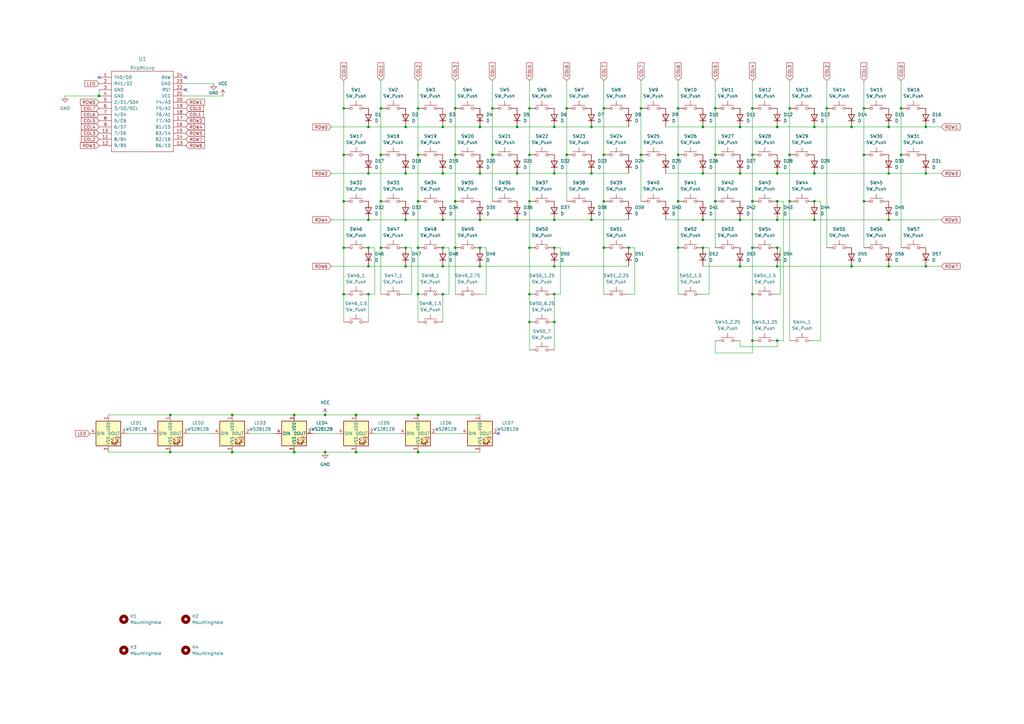
<source format=kicad_sch>
(kicad_sch (version 20211123) (generator eeschema)
  (paper "A3")
  (title_block (title "Pepebar") (date "2022-07-15") (rev "1") (company "Anton Chernenko") (comment 1 "40% keyboard with nav cluser and cyrillyc support inspired by FruitBar"))
  (junction (at 318.77 139.7))
  (junction (at 171.45 63.5))
  (junction (at 334.01 71.12))
  (junction (at 196.85 109.22))
  (junction (at 171.45 44.45))
  (junction (at 334.01 52.07))
  (junction (at 120.65 170.18))
  (junction (at 151.13 101.6))
  (junction (at 186.69 63.5))
  (junction (at 262.89 44.45))
  (junction (at 308.61 82.55))
  (junction (at 288.29 52.07))
  (junction (at 242.57 90.17))
  (junction (at 293.37 63.5))
  (junction (at 278.13 63.5))
  (junction (at 40.64 39.37))
  (junction (at 69.85 185.42))
  (junction (at 186.69 101.6))
  (junction (at 364.49 90.17))
  (junction (at 171.45 101.6))
  (junction (at 247.65 44.45))
  (junction (at 308.61 120.65))
  (junction (at 308.61 101.6))
  (junction (at 212.09 90.17))
  (junction (at 364.49 109.22))
  (junction (at 227.33 90.17))
  (junction (at 379.73 109.22))
  (junction (at 369.57 44.45))
  (junction (at 303.53 71.12))
  (junction (at 140.97 63.5))
  (junction (at 156.21 82.55))
  (junction (at 379.73 52.07))
  (junction (at 227.33 52.07))
  (junction (at 227.33 120.65))
  (junction (at 354.33 63.5))
  (junction (at 349.25 109.22))
  (junction (at 303.53 90.17))
  (junction (at 318.77 90.17))
  (junction (at 181.61 71.12))
  (junction (at 288.29 90.17))
  (junction (at 140.97 44.45))
  (junction (at 151.13 120.65))
  (junction (at 166.37 109.22))
  (junction (at 232.41 44.45))
  (junction (at 318.77 101.6))
  (junction (at 318.77 52.07))
  (junction (at 217.17 63.5))
  (junction (at 151.13 52.07))
  (junction (at 181.61 120.65))
  (junction (at 201.93 44.45))
  (junction (at 318.77 71.12))
  (junction (at 166.37 52.07))
  (junction (at 186.69 82.55))
  (junction (at 146.05 170.18))
  (junction (at 364.49 71.12))
  (junction (at 217.17 132.08))
  (junction (at 181.61 101.6))
  (junction (at 217.17 120.65))
  (junction (at 262.89 63.5))
  (junction (at 133.35 185.42))
  (junction (at 217.17 82.55))
  (junction (at 140.97 82.55))
  (junction (at 369.57 63.5))
  (junction (at 242.57 71.12))
  (junction (at 69.85 170.18))
  (junction (at 323.85 63.5))
  (junction (at 166.37 71.12))
  (junction (at 171.45 120.65))
  (junction (at 308.61 139.7))
  (junction (at 156.21 63.5))
  (junction (at 95.25 170.18))
  (junction (at 232.41 63.5))
  (junction (at 196.85 52.07))
  (junction (at 201.93 63.5))
  (junction (at 186.69 44.45))
  (junction (at 171.45 185.42))
  (junction (at 156.21 101.6))
  (junction (at 217.17 44.45))
  (junction (at 278.13 44.45))
  (junction (at 308.61 44.45))
  (junction (at 181.61 109.22))
  (junction (at 196.85 71.12))
  (junction (at 354.33 82.55))
  (junction (at 227.33 109.22))
  (junction (at 146.05 185.42))
  (junction (at 278.13 101.6))
  (junction (at 212.09 52.07))
  (junction (at 278.13 82.55))
  (junction (at 323.85 82.55))
  (junction (at 95.25 185.42))
  (junction (at 349.25 52.07))
  (junction (at 293.37 44.45))
  (junction (at 227.33 132.08))
  (junction (at 212.09 71.12))
  (junction (at 247.65 101.6))
  (junction (at 227.33 101.6))
  (junction (at 303.53 52.07))
  (junction (at 242.57 52.07))
  (junction (at 288.29 71.12))
  (junction (at 354.33 44.45))
  (junction (at 120.65 185.42))
  (junction (at 217.17 101.6))
  (junction (at 339.09 44.45))
  (junction (at 379.73 71.12))
  (junction (at 247.65 63.5))
  (junction (at 334.01 82.55))
  (junction (at 293.37 82.55))
  (junction (at 227.33 71.12))
  (junction (at 308.61 63.5))
  (junction (at 166.37 101.6))
  (junction (at 196.85 90.17))
  (junction (at 181.61 52.07))
  (junction (at 323.85 44.45))
  (junction (at 364.49 52.07))
  (junction (at 303.53 109.22))
  (junction (at 166.37 90.17))
  (junction (at 133.35 170.18))
  (junction (at 288.29 101.6))
  (junction (at 151.13 71.12))
  (junction (at 318.77 109.22))
  (junction (at 151.13 109.22))
  (junction (at 171.45 82.55))
  (junction (at 140.97 101.6))
  (junction (at 257.81 101.6))
  (junction (at 156.21 44.45))
  (junction (at 196.85 101.6))
  (junction (at 151.13 90.17))
  (junction (at 318.77 82.55))
  (junction (at 181.61 90.17))
  (junction (at 247.65 82.55))
  (junction (at 334.01 90.17))
  (junction (at 171.45 170.18))
  (junction (at 140.97 120.65))
  (no_connect (at 76.2 36.83))
  (no_connect (at 40.64 31.75))
  (no_connect (at 76.2 31.75))
  (no_connect (at 204.47 177.8))
  (wire (pts (xy 336.55 82.55) (xy 336.55 139.7)))
  (wire (pts (xy 318.77 82.55) (xy 321.31 82.55)))
  (wire (pts (xy 217.17 82.55) (xy 217.17 101.6)))
  (wire (pts (xy 293.37 139.7) (xy 293.37 144.78)))
  (wire (pts (xy 354.33 33.02) (xy 354.33 44.45)))
  (wire (pts (xy 181.61 90.17) (xy 196.85 90.17)))
  (wire (pts (xy 273.05 90.17) (xy 288.29 90.17)))
  (wire (pts (xy 308.61 44.45) (xy 308.61 63.5)))
  (wire (pts (xy 186.69 33.02) (xy 186.69 44.45)))
  (wire (pts (xy 247.65 101.6) (xy 247.65 120.65)))
  (wire (pts (xy 113.03 177.8) (xy 102.87 177.8)))
  (wire (pts (xy 308.61 33.02) (xy 308.61 44.45)))
  (wire (pts (xy 156.21 63.5) (xy 156.21 82.55)))
  (wire (pts (xy 196.85 109.22) (xy 227.33 109.22)))
  (wire (pts (xy 318.77 139.7) (xy 321.31 139.7)))
  (wire (pts (xy 186.69 101.6) (xy 186.69 120.65)))
  (wire (pts (xy 69.85 185.42) (xy 95.25 185.42)))
  (wire (pts (xy 369.57 63.5) (xy 369.57 101.6)))
  (wire (pts (xy 171.45 63.5) (xy 171.45 82.55)))
  (wire (pts (xy 242.57 90.17) (xy 257.81 90.17)))
  (wire (pts (xy 262.89 33.02) (xy 262.89 44.45)))
  (wire (pts (xy 217.17 101.6) (xy 217.17 120.65)))
  (wire (pts (xy 171.45 33.02) (xy 171.45 44.45)))
  (wire (pts (xy 242.57 71.12) (xy 257.81 71.12)))
  (wire (pts (xy 151.13 101.6) (xy 153.67 101.6)))
  (wire (pts (xy 247.65 44.45) (xy 247.65 63.5)))
  (wire (pts (xy 199.39 101.6) (xy 199.39 120.65)))
  (wire (pts (xy 186.69 82.55) (xy 186.69 101.6)))
  (wire (pts (xy 308.61 82.55) (xy 308.61 101.6)))
  (wire (pts (xy 293.37 44.45) (xy 293.37 63.5)))
  (wire (pts (xy 288.29 52.07) (xy 303.53 52.07)))
  (wire (pts (xy 217.17 63.5) (xy 217.17 82.55)))
  (wire (pts (xy 288.29 120.65) (xy 290.83 120.65)))
  (wire (pts (xy 379.73 52.07) (xy 386.08 52.07)))
  (wire (pts (xy 166.37 109.22) (xy 181.61 109.22)))
  (wire (pts (xy 140.97 63.5) (xy 140.97 82.55)))
  (wire (pts (xy 201.93 33.02) (xy 201.93 44.45)))
  (wire (pts (xy 151.13 52.07) (xy 166.37 52.07)))
  (wire (pts (xy 196.85 52.07) (xy 212.09 52.07)))
  (wire (pts (xy 308.61 120.65) (xy 308.61 139.7)))
  (wire (pts (xy 321.31 82.55) (xy 321.31 139.7)))
  (wire (pts (xy 133.35 185.42) (xy 146.05 185.42)))
  (wire (pts (xy 135.89 71.12) (xy 151.13 71.12)))
  (wire (pts (xy 217.17 44.45) (xy 217.17 63.5)))
  (wire (pts (xy 140.97 101.6) (xy 140.97 120.65)))
  (wire (pts (xy 76.2 39.37) (xy 91.44 39.37)))
  (wire (pts (xy 156.21 33.02) (xy 156.21 44.45)))
  (wire (pts (xy 288.29 109.22) (xy 303.53 109.22)))
  (wire (pts (xy 44.45 185.42) (xy 69.85 185.42)))
  (wire (pts (xy 151.13 109.22) (xy 166.37 109.22)))
  (wire (pts (xy 140.97 33.02) (xy 140.97 44.45)))
  (wire (pts (xy 288.29 90.17) (xy 303.53 90.17)))
  (wire (pts (xy 227.33 109.22) (xy 257.81 109.22)))
  (wire (pts (xy 171.45 170.18) (xy 196.85 170.18)))
  (wire (pts (xy 232.41 33.02) (xy 232.41 44.45)))
  (wire (pts (xy 181.61 52.07) (xy 196.85 52.07)))
  (wire (pts (xy 179.07 177.8) (xy 189.23 177.8)))
  (wire (pts (xy 196.85 90.17) (xy 212.09 90.17)))
  (wire (pts (xy 168.91 101.6) (xy 168.91 120.65)))
  (wire (pts (xy 323.85 33.02) (xy 323.85 44.45)))
  (wire (pts (xy 128.27 177.8) (xy 138.43 177.8)))
  (wire (pts (xy 323.85 82.55) (xy 323.85 139.7)))
  (wire (pts (xy 181.61 109.22) (xy 196.85 109.22)))
  (wire (pts (xy 184.15 120.65) (xy 181.61 120.65)))
  (wire (pts (xy 278.13 101.6) (xy 278.13 120.65)))
  (wire (pts (xy 320.04 101.6) (xy 320.04 120.65)))
  (wire (pts (xy 278.13 82.55) (xy 278.13 101.6)))
  (wire (pts (xy 44.45 170.18) (xy 69.85 170.18)))
  (wire (pts (xy 303.53 109.22) (xy 318.77 109.22)))
  (wire (pts (xy 153.67 120.65) (xy 151.13 120.65)))
  (wire (pts (xy 26.67 39.37) (xy 40.64 39.37)))
  (wire (pts (xy 334.01 139.7) (xy 336.55 139.7)))
  (wire (pts (xy 303.53 52.07) (xy 318.77 52.07)))
  (wire (pts (xy 247.65 63.5) (xy 247.65 82.55)))
  (wire (pts (xy 364.49 90.17) (xy 386.08 90.17)))
  (wire (pts (xy 227.33 101.6) (xy 229.87 101.6)))
  (wire (pts (xy 262.89 63.5) (xy 262.89 82.55)))
  (wire (pts (xy 201.93 63.5) (xy 201.93 82.55)))
  (wire (pts (xy 95.25 170.18) (xy 120.65 170.18)))
  (wire (pts (xy 212.09 71.12) (xy 227.33 71.12)))
  (wire (pts (xy 186.69 44.45) (xy 186.69 63.5)))
  (wire (pts (xy 379.73 109.22) (xy 386.08 109.22)))
  (wire (pts (xy 308.61 101.6) (xy 308.61 120.65)))
  (wire (pts (xy 181.61 120.65) (xy 181.61 132.08)))
  (wire (pts (xy 257.81 101.6) (xy 260.35 101.6)))
  (wire (pts (xy 227.33 71.12) (xy 242.57 71.12)))
  (wire (pts (xy 87.63 177.8) (xy 77.47 177.8)))
  (wire (pts (xy 354.33 82.55) (xy 354.33 101.6)))
  (wire (pts (xy 334.01 82.55) (xy 336.55 82.55)))
  (wire (pts (xy 379.73 71.12) (xy 386.08 71.12)))
  (wire (pts (xy 318.77 90.17) (xy 334.01 90.17)))
  (wire (pts (xy 212.09 90.17) (xy 227.33 90.17)))
  (wire (pts (xy 120.65 185.42) (xy 133.35 185.42)))
  (wire (pts (xy 171.45 101.6) (xy 171.45 120.65)))
  (wire (pts (xy 323.85 63.5) (xy 323.85 82.55)))
  (wire (pts (xy 318.77 139.7) (xy 318.77 142.24)))
  (wire (pts (xy 186.69 63.5) (xy 186.69 82.55)))
  (wire (pts (xy 288.29 101.6) (xy 290.83 101.6)))
  (wire (pts (xy 364.49 52.07) (xy 379.73 52.07)))
  (wire (pts (xy 166.37 71.12) (xy 181.61 71.12)))
  (wire (pts (xy 293.37 63.5) (xy 293.37 82.55)))
  (wire (pts (xy 151.13 90.17) (xy 166.37 90.17)))
  (wire (pts (xy 232.41 44.45) (xy 232.41 63.5)))
  (wire (pts (xy 354.33 44.45) (xy 354.33 63.5)))
  (wire (pts (xy 196.85 101.6) (xy 199.39 101.6)))
  (wire (pts (xy 166.37 101.6) (xy 168.91 101.6)))
  (wire (pts (xy 323.85 44.45) (xy 323.85 63.5)))
  (wire (pts (xy 273.05 52.07) (xy 288.29 52.07)))
  (wire (pts (xy 339.09 44.45) (xy 339.09 101.6)))
  (wire (pts (xy 151.13 71.12) (xy 166.37 71.12)))
  (wire (pts (xy 227.33 132.08) (xy 227.33 143.51)))
  (wire (pts (xy 135.89 90.17) (xy 151.13 90.17)))
  (wire (pts (xy 199.39 120.65) (xy 196.85 120.65)))
  (wire (pts (xy 181.61 71.12) (xy 196.85 71.12)))
  (wire (pts (xy 293.37 33.02) (xy 293.37 44.45)))
  (wire (pts (xy 318.77 101.6) (xy 320.04 101.6)))
  (wire (pts (xy 318.77 109.22) (xy 349.25 109.22)))
  (wire (pts (xy 171.45 120.65) (xy 171.45 132.08)))
  (wire (pts (xy 308.61 63.5) (xy 308.61 82.55)))
  (wire (pts (xy 293.37 82.55) (xy 293.37 101.6)))
  (wire (pts (xy 76.2 34.29) (xy 87.63 34.29)))
  (wire (pts (xy 242.57 52.07) (xy 257.81 52.07)))
  (wire (pts (xy 217.17 132.08) (xy 217.17 143.51)))
  (wire (pts (xy 135.89 109.22) (xy 151.13 109.22)))
  (wire (pts (xy 184.15 101.6) (xy 184.15 120.65)))
  (wire (pts (xy 369.57 44.45) (xy 369.57 63.5)))
  (wire (pts (xy 171.45 44.45) (xy 171.45 63.5)))
  (wire (pts (xy 303.53 142.24) (xy 303.53 139.7)))
  (wire (pts (xy 290.83 101.6) (xy 290.83 120.65)))
  (wire (pts (xy 135.89 52.07) (xy 151.13 52.07)))
  (wire (pts (xy 196.85 71.12) (xy 212.09 71.12)))
  (wire (pts (xy 201.93 44.45) (xy 201.93 63.5)))
  (wire (pts (xy 260.35 101.6) (xy 260.35 120.65)))
  (wire (pts (xy 260.35 120.65) (xy 257.81 120.65)))
  (wire (pts (xy 156.21 82.55) (xy 156.21 101.6)))
  (wire (pts (xy 69.85 170.18) (xy 95.25 170.18)))
  (wire (pts (xy 247.65 33.02) (xy 247.65 44.45)))
  (wire (pts (xy 156.21 101.6) (xy 156.21 120.65)))
  (wire (pts (xy 227.33 90.17) (xy 242.57 90.17)))
  (wire (pts (xy 369.57 33.02) (xy 369.57 44.45)))
  (wire (pts (xy 166.37 52.07) (xy 181.61 52.07)))
  (wire (pts (xy 262.89 44.45) (xy 262.89 63.5)))
  (wire (pts (xy 278.13 63.5) (xy 278.13 82.55)))
  (wire (pts (xy 153.67 177.8) (xy 163.83 177.8)))
  (wire (pts (xy 153.67 101.6) (xy 153.67 120.65)))
  (wire (pts (xy 140.97 44.45) (xy 140.97 63.5)))
  (wire (pts (xy 151.13 120.65) (xy 151.13 132.08)))
  (wire (pts (xy 140.97 120.65) (xy 140.97 132.08)))
  (wire (pts (xy 303.53 71.12) (xy 318.77 71.12)))
  (wire (pts (xy 156.21 44.45) (xy 156.21 63.5)))
  (wire (pts (xy 339.09 33.02) (xy 339.09 44.45)))
  (wire (pts (xy 278.13 33.02) (xy 278.13 44.45)))
  (wire (pts (xy 318.77 142.24) (xy 303.53 142.24)))
  (wire (pts (xy 229.87 101.6) (xy 229.87 120.65)))
  (wire (pts (xy 364.49 71.12) (xy 379.73 71.12)))
  (wire (pts (xy 318.77 120.65) (xy 320.04 120.65)))
  (wire (pts (xy 217.17 33.02) (xy 217.17 44.45)))
  (wire (pts (xy 181.61 101.6) (xy 184.15 101.6)))
  (wire (pts (xy 318.77 71.12) (xy 334.01 71.12)))
  (wire (pts (xy 217.17 120.65) (xy 217.17 132.08)))
  (wire (pts (xy 146.05 170.18) (xy 171.45 170.18)))
  (wire (pts (xy 227.33 120.65) (xy 227.33 132.08)))
  (wire (pts (xy 171.45 185.42) (xy 196.85 185.42)))
  (wire (pts (xy 303.53 90.17) (xy 318.77 90.17)))
  (wire (pts (xy 166.37 90.17) (xy 181.61 90.17)))
  (wire (pts (xy 334.01 71.12) (xy 364.49 71.12)))
  (wire (pts (xy 354.33 63.5) (xy 354.33 82.55)))
  (wire (pts (xy 171.45 82.55) (xy 171.45 101.6)))
  (wire (pts (xy 120.65 170.18) (xy 133.35 170.18)))
  (wire (pts (xy 334.01 52.07) (xy 349.25 52.07)))
  (wire (pts (xy 212.09 52.07) (xy 227.33 52.07)))
  (wire (pts (xy 227.33 52.07) (xy 242.57 52.07)))
  (wire (pts (xy 168.91 120.65) (xy 166.37 120.65)))
  (wire (pts (xy 288.29 71.12) (xy 303.53 71.12)))
  (wire (pts (xy 349.25 52.07) (xy 364.49 52.07)))
  (wire (pts (xy 308.61 144.78) (xy 308.61 139.7)))
  (wire (pts (xy 232.41 63.5) (xy 232.41 82.55)))
  (wire (pts (xy 40.64 36.83) (xy 40.64 39.37)))
  (wire (pts (xy 334.01 90.17) (xy 364.49 90.17)))
  (wire (pts (xy 95.25 185.42) (xy 120.65 185.42)))
  (wire (pts (xy 140.97 82.55) (xy 140.97 101.6)))
  (wire (pts (xy 364.49 109.22) (xy 379.73 109.22)))
  (wire (pts (xy 133.35 170.18) (xy 146.05 170.18)))
  (wire (pts (xy 247.65 82.55) (xy 247.65 101.6)))
  (wire (pts (xy 62.23 177.8) (xy 52.07 177.8)))
  (wire (pts (xy 146.05 185.42) (xy 171.45 185.42)))
  (wire (pts (xy 293.37 144.78) (xy 308.61 144.78)))
  (wire (pts (xy 273.05 71.12) (xy 288.29 71.12)))
  (wire (pts (xy 349.25 109.22) (xy 364.49 109.22)))
  (wire (pts (xy 278.13 44.45) (xy 278.13 63.5)))
  (wire (pts (xy 229.87 120.65) (xy 227.33 120.65)))
  (wire (pts (xy 318.77 52.07) (xy 334.01 52.07)))
  (global_label "COL4" (shape input) (at 40.64 52.07 180) (property "Intersheet References" "${INTERSHEET_REFS}" (effects hide)))
  (global_label "ROW5" (shape input) (at 386.08 90.17 0) (property "Intersheet References" "${INTERSHEET_REFS}" (effects hide)))
  (global_label "COL0" (shape input) (at 140.97 33.02 90) (property "Intersheet References" "${INTERSHEET_REFS}" (effects hide)))
  (global_label "COL5" (shape input) (at 40.64 49.53 180) (property "Intersheet References" "${INTERSHEET_REFS}" (effects hide)))
  (global_label "ROW6" (shape input) (at 135.89 109.22 180) (property "Intersheet References" "${INTERSHEET_REFS}" (effects hide)))
  (global_label "COL2" (shape input) (at 339.09 33.02 90) (property "Intersheet References" "${INTERSHEET_REFS}" (effects hide)))
  (global_label "COL2" (shape input) (at 171.45 33.02 90) (property "Intersheet References" "${INTERSHEET_REFS}" (effects hide)))
  (global_label "ROW2" (shape input) (at 76.2 49.53 0) (property "Intersheet References" "${INTERSHEET_REFS}" (effects hide)))
  (global_label "COL7" (shape input) (at 40.64 44.45 180) (property "Intersheet References" "${INTERSHEET_REFS}" (effects hide)))
  (global_label "COL7" (shape input) (at 247.65 33.02 90) (property "Intersheet References" "${INTERSHEET_REFS}" (effects hide)))
  (global_label "COL3" (shape input) (at 323.85 33.02 90) (property "Intersheet References" "${INTERSHEET_REFS}" (effects hide)))
  (global_label "COL6" (shape input) (at 40.64 46.99 180) (property "Intersheet References" "${INTERSHEET_REFS}" (effects hide)))
  (global_label "ROW0" (shape input) (at 40.64 41.91 180) (property "Intersheet References" "${INTERSHEET_REFS}" (effects hide)))
  (global_label "ROW1" (shape input) (at 76.2 41.91 0) (property "Intersheet References" "${INTERSHEET_REFS}" (effects hide)))
  (global_label "ROW6" (shape input) (at 76.2 59.69 0) (property "Intersheet References" "${INTERSHEET_REFS}" (effects hide)))
  (global_label "ROW4" (shape input) (at 135.89 90.17 180) (property "Intersheet References" "${INTERSHEET_REFS}" (effects hide)))
  (global_label "COL3" (shape input) (at 40.64 54.61 180) (property "Intersheet References" "${INTERSHEET_REFS}" (effects hide)))
  (global_label "COL5" (shape input) (at 293.37 33.02 90) (property "Intersheet References" "${INTERSHEET_REFS}" (effects hide)))
  (global_label "COL6" (shape input) (at 232.41 33.02 90) (property "Intersheet References" "${INTERSHEET_REFS}" (effects hide)))
  (global_label "ROW1" (shape input) (at 386.08 52.07 0) (property "Intersheet References" "${INTERSHEET_REFS}" (effects hide)))
  (global_label "ROW3" (shape input) (at 40.64 59.69 180) (property "Intersheet References" "${INTERSHEET_REFS}" (effects hide)))
  (global_label "COL3" (shape input) (at 186.69 33.02 90) (property "Intersheet References" "${INTERSHEET_REFS}" (effects hide)))
  (global_label "ROW7" (shape input) (at 386.08 109.22 0) (property "Intersheet References" "${INTERSHEET_REFS}" (effects hide)))
  (global_label "COL4" (shape input) (at 308.61 33.02 90) (property "Intersheet References" "${INTERSHEET_REFS}" (effects hide)))
  (global_label "COL1" (shape input) (at 156.21 33.02 90) (property "Intersheet References" "${INTERSHEET_REFS}" (effects hide)))
  (global_label "COL1" (shape input) (at 354.33 33.02 90) (property "Intersheet References" "${INTERSHEET_REFS}" (effects hide)))
  (global_label "COL6" (shape input) (at 278.13 33.02 90) (property "Intersheet References" "${INTERSHEET_REFS}" (effects hide)))
  (global_label "COL5" (shape input) (at 217.17 33.02 90) (property "Intersheet References" "${INTERSHEET_REFS}" (effects hide)))
  (global_label "COL0" (shape input) (at 369.57 33.02 90) (property "Intersheet References" "${INTERSHEET_REFS}" (effects hide)))
  (global_label "LED" (shape input) (at 36.83 177.8 180) (property "Intersheet References" "${INTERSHEET_REFS}" (effects hide)))
  (global_label "ROW0" (shape input) (at 135.89 52.07 180) (property "Intersheet References" "${INTERSHEET_REFS}" (effects hide)))
  (global_label "ROW3" (shape input) (at 386.08 71.12 0) (property "Intersheet References" "${INTERSHEET_REFS}" (effects hide)))
  (global_label "COL1" (shape input) (at 76.2 46.99 0) (property "Intersheet References" "${INTERSHEET_REFS}" (effects hide)))
  (global_label "ROW7" (shape input) (at 76.2 57.15 0) (property "Intersheet References" "${INTERSHEET_REFS}" (effects hide)))
  (global_label "ROW2" (shape input) (at 135.89 71.12 180) (property "Intersheet References" "${INTERSHEET_REFS}" (effects hide)))
  (global_label "COL2" (shape input) (at 40.64 57.15 180) (property "Intersheet References" "${INTERSHEET_REFS}" (effects hide)))
  (global_label "COL4" (shape input) (at 201.93 33.02 90) (property "Intersheet References" "${INTERSHEET_REFS}" (effects hide)))
  (global_label "COL7" (shape input) (at 262.89 33.02 90) (property "Intersheet References" "${INTERSHEET_REFS}" (effects hide)))
  (global_label "COL0" (shape input) (at 76.2 44.45 0) (property "Intersheet References" "${INTERSHEET_REFS}" (effects hide)))
  (global_label "LED" (shape input) (at 40.64 34.29 180) (property "Intersheet References" "${INTERSHEET_REFS}" (effects hide)))
  (global_label "ROW4" (shape input) (at 76.2 52.07 0) (property "Intersheet References" "${INTERSHEET_REFS}" (effects hide)))
  (global_label "ROW5" (shape input) (at 76.2 54.61 0) (property "Intersheet References" "${INTERSHEET_REFS}" (effects hide)))
  (symbol (lib_id "Switch:SW_Push") (at 222.25 44.45 0) (unit 1)
    (property "Reference" "SW6" (at 222.25 36.83 0))
    (property "Value" "SW_Push" (at 222.25 39.37 0))
    (property "Footprint" "hubble:MXOnly-1U-NoLED" (effects hide))
  )
  (symbol (lib_id "Device:D") (at 379.73 105.41 90) (unit 1)
    (property "Reference" "D57" (at 382.27 104.1399 90) (effects (justify right)))
    (property "Value" "D" (at 382.27 106.6799 90) (effects (justify right)))
    (property "Footprint" "hubble:D3_TH" (effects hide))
  )
  (symbol (lib_id "Device:D") (at 227.33 105.41 90) (unit 1)
    (property "Reference" "D50" (at 229.87 104.1399 90) (effects (justify right)))
    (property "Value" "D" (at 229.87 106.6799 90) (effects (justify right)))
    (property "Footprint" "hubble:D3_TH" (effects hide))
  )
  (symbol (lib_id "Switch:SW_Push") (at 359.41 82.55 0) (unit 1)
    (property "Reference" "SW45" (at 359.41 74.93 0))
    (property "Value" "SW_Push" (at 359.41 77.47 0))
    (property "Footprint" "hubble:MXOnly-1U-NoLED" (effects hide))
  )
  (symbol (lib_id "Switch:SW_Push") (at 374.65 63.5 0) (unit 1)
    (property "Reference" "SW31" (at 374.65 55.88 0))
    (property "Value" "SW_Push" (at 374.65 58.42 0))
    (property "Footprint" "hubble:MXOnly-1U-NoLED" (effects hide))
  )
  (symbol (lib_id "Switch:SW_Push") (at 146.05 82.55 0) (unit 1)
    (property "Reference" "SW32" (at 146.05 74.93 0))
    (property "Value" "SW_Push" (at 146.05 77.47 0))
    (property "Footprint" "hubble:MXOnly-1.75U-NoLED" (effects hide))
  )
  (symbol (lib_id "Switch:SW_Push") (at 252.73 82.55 0) (unit 1)
    (property "Reference" "SW39" (at 252.73 74.93 0))
    (property "Value" "SW_Push" (at 252.73 77.47 0))
    (property "Footprint" "hubble:MXOnly-1U-NoLED" (effects hide))
  )
  (symbol (lib_id "Device:D") (at 166.37 105.41 90) (unit 1)
    (property "Reference" "D47" (at 168.91 104.1399 90) (effects (justify right)))
    (property "Value" "D" (at 168.91 106.6799 90) (effects (justify right)))
    (property "Footprint" "hubble:D3_TH" (effects hide))
  )
  (symbol (lib_id "Device:D") (at 318.77 67.31 90) (unit 1)
    (property "Reference" "D28" (at 321.31 66.0399 90) (effects (justify right)))
    (property "Value" "D" (at 321.31 68.5799 90) (effects (justify right)))
    (property "Footprint" "hubble:D3_TH" (effects hide))
  )
  (symbol (lib_id "Switch:SW_Push") (at 237.49 44.45 0) (unit 1)
    (property "Reference" "SW7" (at 237.49 36.83 0))
    (property "Value" "SW_Push" (at 237.49 39.37 0))
    (property "Footprint" "hubble:MXOnly-1U-NoLED" (effects hide))
  )
  (symbol (lib_id "Device:D") (at 181.61 105.41 90) (unit 1)
    (property "Reference" "D48" (at 184.15 104.1399 90) (effects (justify right)))
    (property "Value" "D" (at 184.15 106.6799 90) (effects (justify right)))
    (property "Footprint" "hubble:D3_TH" (effects hide))
  )
  (symbol (lib_id "Device:D") (at 257.81 67.31 90) (unit 1)
    (property "Reference" "D24" (at 260.35 66.0399 90) (effects (justify right)))
    (property "Value" "D" (at 260.35 68.5799 90) (effects (justify right)))
    (property "Footprint" "hubble:D3_TH" (effects hide))
  )
  (symbol (lib_id "Mechanical:MountingHole") (at 76.2 266.7 0) (unit 1)
    (property "Reference" "H4" (at 78.74 265.4299 0) (effects (justify left)))
    (property "Value" "MountingHole" (at 78.74 267.9699 0) (effects (justify left)))
    (property "Footprint" "MountingHole:MountingHole_2.2mm_M2_Pad" (effects hide))
  )
  (symbol (lib_id "Device:D") (at 196.85 86.36 90) (unit 1)
    (property "Reference" "D35" (at 199.39 85.0899 90) (effects (justify right)))
    (property "Value" "D" (at 199.39 87.6299 90) (effects (justify right)))
    (property "Footprint" "hubble:D3_TH" (effects hide))
  )
  (symbol (lib_id "Device:D") (at 349.25 48.26 90) (unit 1)
    (property "Reference" "D14" (at 351.79 46.9899 90) (effects (justify right)))
    (property "Value" "D" (at 351.79 49.5299 90) (effects (justify right)))
    (property "Footprint" "hubble:D3_TH" (effects hide))
  )
  (symbol (lib_id "Device:D") (at 318.77 105.41 90) (unit 1)
    (property "Reference" "D54" (at 321.31 104.1399 90) (effects (justify right)))
    (property "Value" "D" (at 321.31 106.6799 90) (effects (justify right)))
    (property "Footprint" "hubble:D3_TH" (effects hide))
  )
  (symbol (lib_id "Switch:SW_Push") (at 146.05 132.08 0) (unit 1)
    (property "Reference" "SW46_1.5" (at 146.05 124.46 0))
    (property "Value" "SW_Push" (at 146.05 127 0))
    (property "Footprint" "hubble:MXOnly-1.5U-NoLED" (effects hide))
  )
  (symbol (lib_id "Switch:SW_Push") (at 207.01 44.45 0) (unit 1)
    (property "Reference" "SW5" (at 207.01 36.83 0))
    (property "Value" "SW_Push" (at 207.01 39.37 0))
    (property "Footprint" "hubble:MXOnly-1U-NoLED" (effects hide))
  )
  (symbol (lib_id "Device:D") (at 257.81 48.26 90) (unit 1)
    (property "Reference" "D8" (at 260.35 46.9899 90) (effects (justify right)))
    (property "Value" "D" (at 260.35 49.5299 90) (effects (justify right)))
    (property "Footprint" "hubble:D3_TH" (effects hide))
  )
  (symbol (lib_id "Device:D") (at 303.53 86.36 90) (unit 1)
    (property "Reference" "D42" (at 306.07 85.0899 90) (effects (justify right)))
    (property "Value" "D" (at 306.07 87.6299 90) (effects (justify right)))
    (property "Footprint" "hubble:D3_TH" (effects hide))
  )
  (symbol (lib_id "Device:D") (at 318.77 86.36 90) (unit 1)
    (property "Reference" "D43" (at 321.31 85.0899 90) (effects (justify right)))
    (property "Value" "D" (at 321.31 87.6299 90) (effects (justify right)))
    (property "Footprint" "hubble:D3_TH" (effects hide))
  )
  (symbol (lib_id "Switch:SW_Push") (at 176.53 82.55 0) (unit 1)
    (property "Reference" "SW34" (at 176.53 74.93 0))
    (property "Value" "SW_Push" (at 176.53 77.47 0))
    (property "Footprint" "hubble:MXOnly-1U-NoLED" (effects hide))
  )
  (symbol (lib_id "Device:D") (at 166.37 86.36 90) (unit 1)
    (property "Reference" "D33" (at 168.91 85.0899 90) (effects (justify right)))
    (property "Value" "D" (at 168.91 87.6299 90) (effects (justify right)))
    (property "Footprint" "hubble:D3_TH" (effects hide))
  )
  (symbol (lib_id "power:GND") (at 87.63 34.29 0) (unit 1)
    (property "Reference" "#PWR01" (effects hide))
    (property "Value" "GND" (at 87.63 38.1 0))
  )
  (symbol (lib_id "Device:D") (at 288.29 48.26 90) (unit 1)
    (property "Reference" "D10" (at 290.83 46.9899 90) (effects (justify right)))
    (property "Value" "D" (at 290.83 49.5299 90) (effects (justify right)))
    (property "Footprint" "hubble:D3_TH" (effects hide))
  )
  (symbol (lib_id "Switch:SW_Push") (at 328.93 44.45 0) (unit 1)
    (property "Reference" "SW13" (at 328.93 36.83 0))
    (property "Value" "SW_Push" (at 328.93 39.37 0))
    (property "Footprint" "hubble:MXOnly-1U-NoLED" (effects hide))
  )
  (symbol (lib_id "Device:D") (at 242.57 86.36 90) (unit 1)
    (property "Reference" "D38" (at 245.11 85.0899 90) (effects (justify right)))
    (property "Value" "D" (at 245.11 87.6299 90) (effects (justify right)))
    (property "Footprint" "hubble:D3_TH" (effects hide))
  )
  (symbol (lib_id "Switch:SW_Push") (at 328.93 82.55 0) (unit 1)
    (property "Reference" "SW44" (at 328.93 74.93 0))
    (property "Value" "SW_Push" (at 328.93 77.47 0))
    (property "Footprint" "hubble:MXOnly-1.25U-NoLED" (effects hide))
  )
  (symbol (lib_id "Device:D") (at 364.49 86.36 90) (unit 1)
    (property "Reference" "D45" (at 367.03 85.0899 90) (effects (justify right)))
    (property "Value" "D" (at 367.03 87.6299 90) (effects (justify right)))
    (property "Footprint" "hubble:D3_TH" (effects hide))
  )
  (symbol (lib_id "Device:D") (at 257.81 105.41 90) (unit 1)
    (property "Reference" "D51" (at 260.35 104.1399 90) (effects (justify right)))
    (property "Value" "D" (at 260.35 106.6799 90) (effects (justify right)))
    (property "Footprint" "hubble:D3_TH" (effects hide))
  )
  (symbol (lib_id "Switch:SW_Push") (at 146.05 120.65 0) (unit 1)
    (property "Reference" "SW46_1" (at 146.05 113.03 0))
    (property "Value" "SW_Push" (at 146.05 115.57 0))
    (property "Footprint" "hubble:MXOnly-1U-NoLED" (effects hide))
  )
  (symbol (lib_id "Switch:SW_Push") (at 161.29 82.55 0) (unit 1)
    (property "Reference" "SW33" (at 161.29 74.93 0))
    (property "Value" "SW_Push" (at 161.29 77.47 0))
    (property "Footprint" "hubble:MXOnly-1U-NoLED" (effects hide))
  )
  (symbol (lib_id "Device:D") (at 379.73 67.31 90) (unit 1)
    (property "Reference" "D31" (at 382.27 66.0399 90) (effects (justify right)))
    (property "Value" "D" (at 382.27 68.5799 90) (effects (justify right)))
    (property "Footprint" "hubble:D3_TH" (effects hide))
  )
  (symbol (lib_id "Device:D") (at 334.01 86.36 90) (unit 1)
    (property "Reference" "D44" (at 336.55 85.0899 90) (effects (justify right)))
    (property "Value" "D" (at 336.55 87.6299 90) (effects (justify right)))
    (property "Footprint" "hubble:D3_TH" (effects hide))
  )
  (symbol (lib_id "Device:D") (at 212.09 48.26 90) (unit 1)
    (property "Reference" "D5" (at 214.63 46.9899 90) (effects (justify right)))
    (property "Value" "D" (at 214.63 49.5299 90) (effects (justify right)))
    (property "Footprint" "hubble:D3_TH" (effects hide))
  )
  (symbol (lib_id "Device:D") (at 196.85 48.26 90) (unit 1)
    (property "Reference" "D4" (at 199.39 46.9899 90) (effects (justify right)))
    (property "Value" "D" (at 199.39 49.5299 90) (effects (justify right)))
    (property "Footprint" "hubble:D3_TH" (effects hide))
  )
  (symbol (lib_id "Device:D") (at 288.29 105.41 90) (unit 1)
    (property "Reference" "D52" (at 290.83 104.1399 90) (effects (justify right)))
    (property "Value" "D" (at 290.83 106.6799 90) (effects (justify right)))
    (property "Footprint" "hubble:D3_TH" (effects hide))
  )
  (symbol (lib_id "Device:D") (at 151.13 48.26 90) (unit 1)
    (property "Reference" "D1" (at 153.67 46.9899 90) (effects (justify right)))
    (property "Value" "D" (at 153.67 49.5299 90) (effects (justify right)))
    (property "Footprint" "hubble:D3_TH" (effects hide))
  )
  (symbol (lib_id "Device:D") (at 364.49 67.31 90) (unit 1)
    (property "Reference" "D30" (at 367.03 66.0399 90) (effects (justify right)))
    (property "Value" "D" (at 367.03 68.5799 90) (effects (justify right)))
    (property "Footprint" "hubble:D3_TH" (effects hide))
  )
  (symbol (lib_id "LED:WS2812B") (at 120.65 177.8 0) (unit 1)
    (property "Reference" "LED4" (at 132.08 173.4693 0))
    (property "Value" "WS2812B" (at 132.08 176.0093 0))
    (property "Footprint" "LED_SMD:LED_WS2812B_PLCC4_5.0x5.0mm_P3.2mm" (effects hide))
    (property "Datasheet" "https://cdn-shop.adafruit.com/datasheets/WS2812B.pdf" (effects hide))
  )
  (symbol (lib_id "Device:D") (at 227.33 48.26 90) (unit 1)
    (property "Reference" "D6" (at 229.87 46.9899 90) (effects (justify right)))
    (property "Value" "D" (at 229.87 49.5299 90) (effects (justify right)))
    (property "Footprint" "hubble:D3_TH" (effects hide))
  )
  (symbol (lib_id "LED:WS2812B") (at 146.05 177.8 0) (unit 1)
    (property "Reference" "LED5" (at 157.48 173.4693 0))
    (property "Value" "WS2812B" (at 157.48 176.0093 0))
    (property "Footprint" "LED_SMD:LED_WS2812B_PLCC4_5.0x5.0mm_P3.2mm" (effects hide))
    (property "Datasheet" "https://cdn-shop.adafruit.com/datasheets/WS2812B.pdf" (effects hide))
  )
  (symbol (lib_id "Device:D") (at 379.73 48.26 90) (unit 1)
    (property "Reference" "D16" (at 382.27 46.9899 90) (effects (justify right)))
    (property "Value" "D" (at 382.27 49.5299 90) (effects (justify right)))
    (property "Footprint" "hubble:D3_TH" (effects hide))
  )
  (symbol (lib_id "Switch:SW_Push") (at 283.21 82.55 0) (unit 1)
    (property "Reference" "SW41" (at 283.21 74.93 0))
    (property "Value" "SW_Push" (at 283.21 77.47 0))
    (property "Footprint" "hubble:MXOnly-1U-NoLED" (effects hide))
  )
  (symbol (lib_id "Switch:SW_Push") (at 313.69 139.7 0) (unit 1)
    (property "Reference" "SW43_1.25" (at 313.69 132.08 0))
    (property "Value" "SW_Push" (at 313.69 134.62 0))
    (property "Footprint" "hubble:MXOnly-1.25U-NoLED" (effects hide))
  )
  (symbol (lib_id "Device:D") (at 151.13 86.36 90) (unit 1)
    (property "Reference" "D32" (at 153.67 85.0899 90) (effects (justify right)))
    (property "Value" "D" (at 153.67 87.6299 90) (effects (justify right)))
    (property "Footprint" "hubble:D3_TH" (effects hide))
  )
  (symbol (lib_id "Switch:SW_Push") (at 222.25 82.55 0) (unit 1)
    (property "Reference" "SW37" (at 222.25 74.93 0))
    (property "Value" "SW_Push" (at 222.25 77.47 0))
    (property "Footprint" "hubble:MXOnly-1U-NoLED" (effects hide))
  )
  (symbol (lib_id "Switch:SW_Push") (at 374.65 44.45 0) (unit 1)
    (property "Reference" "SW16" (at 374.65 36.83 0))
    (property "Value" "SW_Push" (at 374.65 39.37 0))
    (property "Footprint" "hubble:MXOnly-1U-NoLED" (effects hide))
  )
  (symbol (lib_id "LED:WS2812B") (at 171.45 177.8 0) (unit 1)
    (property "Reference" "LED6" (at 182.88 173.4693 0))
    (property "Value" "WS2812B" (at 182.88 176.0093 0))
    (property "Footprint" "LED_SMD:LED_WS2812B_PLCC4_5.0x5.0mm_P3.2mm" (effects hide))
    (property "Datasheet" "https://cdn-shop.adafruit.com/datasheets/WS2812B.pdf" (effects hide))
  )
  (symbol (lib_id "Device:D") (at 242.57 67.31 90) (unit 1)
    (property "Reference" "D23" (at 245.11 66.0399 90) (effects (justify right)))
    (property "Value" "D" (at 245.11 68.5799 90) (effects (justify right)))
    (property "Footprint" "hubble:D3_TH" (effects hide))
  )
  (symbol (lib_id "Device:D") (at 273.05 67.31 90) (unit 1)
    (property "Reference" "D25" (at 275.59 66.0399 90) (effects (justify right)))
    (property "Value" "D" (at 275.59 68.5799 90) (effects (justify right)))
    (property "Footprint" "hubble:D3_TH" (effects hide))
  )
  (symbol (lib_id "Switch:SW_Push") (at 191.77 44.45 0) (unit 1)
    (property "Reference" "SW4" (at 191.77 36.83 0))
    (property "Value" "SW_Push" (at 191.77 39.37 0))
    (property "Footprint" "hubble:MXOnly-1U-NoLED" (effects hide))
  )
  (symbol (lib_id "Switch:SW_Push") (at 191.77 82.55 0) (unit 1)
    (property "Reference" "SW35" (at 191.77 74.93 0))
    (property "Value" "SW_Push" (at 191.77 77.47 0))
    (property "Footprint" "hubble:MXOnly-1U-NoLED" (effects hide))
  )
  (symbol (lib_id "Switch:SW_Push") (at 374.65 101.6 0) (unit 1)
    (property "Reference" "SW57" (at 374.65 93.98 0))
    (property "Value" "SW_Push" (at 374.65 96.52 0))
    (property "Footprint" "hubble:MXOnly-1U-NoLED" (effects hide))
  )
  (symbol (lib_id "Switch:SW_Push") (at 237.49 82.55 0) (unit 1)
    (property "Reference" "SW38" (at 237.49 74.93 0))
    (property "Value" "SW_Push" (at 237.49 77.47 0))
    (property "Footprint" "hubble:MXOnly-1U-NoLED" (effects hide))
  )
  (symbol (lib_id "Switch:SW_Push") (at 344.17 44.45 0) (unit 1)
    (property "Reference" "SW14" (at 344.17 36.83 0))
    (property "Value" "SW_Push" (at 344.17 39.37 0))
    (property "Footprint" "hubble:MXOnly-1U-NoLED" (effects hide))
  )
  (symbol (lib_id "Switch:SW_Push") (at 176.53 101.6 0) (unit 1)
    (property "Reference" "SW48" (at 176.53 93.98 0))
    (property "Value" "SW_Push" (at 176.53 96.52 0))
    (property "Footprint" "hubble:MXOnly-1.25U-NoLED" (effects hide))
  )
  (symbol (lib_id "Switch:SW_Push") (at 344.17 101.6 0) (unit 1)
    (property "Reference" "SW55" (at 344.17 93.98 0))
    (property "Value" "SW_Push" (at 344.17 96.52 0))
    (property "Footprint" "hubble:MXOnly-1U-NoLED" (effects hide))
  )
  (symbol (lib_id "Device:D") (at 364.49 105.41 90) (unit 1)
    (property "Reference" "D56" (at 367.03 104.1399 90) (effects (justify right)))
    (property "Value" "D" (at 367.03 106.6799 90) (effects (justify right)))
    (property "Footprint" "hubble:D3_TH" (effects hide))
  )
  (symbol (lib_id "Device:D") (at 227.33 86.36 90) (unit 1)
    (property "Reference" "D37" (at 229.87 85.0899 90) (effects (justify right)))
    (property "Value" "D" (at 229.87 87.6299 90) (effects (justify right)))
    (property "Footprint" "hubble:D3_TH" (effects hide))
  )
  (symbol (lib_id "Switch:SW_Push") (at 207.01 82.55 0) (unit 1)
    (property "Reference" "SW36" (at 207.01 74.93 0))
    (property "Value" "SW_Push" (at 207.01 77.47 0))
    (property "Footprint" "hubble:MXOnly-1U-NoLED" (effects hide))
  )
  (symbol (lib_id "Switch:SW_Push") (at 146.05 101.6 0) (unit 1)
    (property "Reference" "SW46" (at 146.05 93.98 0))
    (property "Value" "SW_Push" (at 146.05 96.52 0))
    (property "Footprint" "hubble:MXOnly-1.25U-NoLED" (effects hide))
  )
  (symbol (lib_id "Mechanical:MountingHole") (at 50.8 266.7 0) (unit 1)
    (property "Reference" "H3" (at 53.34 265.4299 0) (effects (justify left)))
    (property "Value" "MountingHole" (at 53.34 267.9699 0) (effects (justify left)))
    (property "Footprint" "MountingHole:MountingHole_2.2mm_M2_Pad" (effects hide))
  )
  (symbol (lib_id "Switch:SW_Push") (at 298.45 101.6 0) (unit 1)
    (property "Reference" "SW53" (at 298.45 93.98 0))
    (property "Value" "SW_Push" (at 298.45 96.52 0))
    (property "Footprint" "hubble:MXOnly-1U-NoLED" (effects hide))
  )
  (symbol (lib_id "Device:D") (at 227.33 67.31 90) (unit 1)
    (property "Reference" "D22" (at 229.87 66.0399 90) (effects (justify right)))
    (property "Value" "D" (at 229.87 68.5799 90) (effects (justify right)))
    (property "Footprint" "hubble:D3_TH" (effects hide))
  )
  (symbol (lib_id "Switch:SW_Push") (at 176.53 63.5 0) (unit 1)
    (property "Reference" "SW19" (at 176.53 55.88 0))
    (property "Value" "SW_Push" (at 176.53 58.42 0))
    (property "Footprint" "hubble:MXOnly-1U-NoLED" (effects hide))
  )
  (symbol (lib_id "LED:WS2812B") (at 69.85 177.8 0) (unit 1)
    (property "Reference" "LED2" (at 81.28 173.4693 0))
    (property "Value" "WS2812B" (at 81.28 176.0093 0))
    (property "Footprint" "LED_SMD:LED_WS2812B_PLCC4_5.0x5.0mm_P3.2mm" (effects hide))
    (property "Datasheet" "https://cdn-shop.adafruit.com/datasheets/WS2812B.pdf" (effects hide))
  )
  (symbol (lib_id "Switch:SW_Push") (at 328.93 139.7 0) (unit 1)
    (property "Reference" "SW44_1" (at 328.93 132.08 0))
    (property "Value" "SW_Push" (at 328.93 134.62 0))
    (property "Footprint" "hubble:MXOnly-1U-NoLED" (effects hide))
  )
  (symbol (lib_id "Switch:SW_Push") (at 313.69 63.5 0) (unit 1)
    (property "Reference" "SW28" (at 313.69 55.88 0))
    (property "Value" "SW_Push" (at 313.69 58.42 0))
    (property "Footprint" "hubble:MXOnly-1U-NoLED" (effects hide))
  )
  (symbol (lib_id "Switch:SW_Push") (at 283.21 63.5 0) (unit 1)
    (property "Reference" "SW26" (at 283.21 55.88 0))
    (property "Value" "SW_Push" (at 283.21 58.42 0))
    (property "Footprint" "hubble:MXOnly-1U-NoLED" (effects hide))
  )
  (symbol (lib_id "Device:D") (at 166.37 67.31 90) (unit 1)
    (property "Reference" "D18" (at 168.91 66.0399 90) (effects (justify right)))
    (property "Value" "D" (at 168.91 68.5799 90) (effects (justify right)))
    (property "Footprint" "hubble:D3_TH" (effects hide))
  )
  (symbol (lib_id "Switch:SW_Push") (at 298.45 139.7 0) (unit 1)
    (property "Reference" "SW43_2.25" (at 298.45 132.08 0))
    (property "Value" "SW_Push" (at 298.45 134.62 0))
    (property "Footprint" "hubble:MXOnly-2.25U-NoLED" (effects hide))
  )
  (symbol (lib_id "Switch:SW_Push") (at 252.73 44.45 0) (unit 1)
    (property "Reference" "SW8" (at 252.73 36.83 0))
    (property "Value" "SW_Push" (at 252.73 39.37 0))
    (property "Footprint" "hubble:MXOnly-1U-NoLED" (effects hide))
  )
  (symbol (lib_id "Switch:SW_Push") (at 176.53 132.08 0) (unit 1)
    (property "Reference" "SW48_1.5" (at 176.53 124.46 0))
    (property "Value" "SW_Push" (at 176.53 127 0))
    (property "Footprint" "hubble:MXOnly-1.5U-NoLED" (effects hide))
  )
  (symbol (lib_id "Switch:SW_Push") (at 176.53 44.45 0) (unit 1)
    (property "Reference" "SW3" (at 176.53 36.83 0))
    (property "Value" "SW_Push" (at 176.53 39.37 0))
    (property "Footprint" "hubble:MXOnly-1U-NoLED" (effects hide))
  )
  (symbol (lib_id "Switch:SW_Push") (at 359.41 44.45 0) (unit 1)
    (property "Reference" "SW15" (at 359.41 36.83 0))
    (property "Value" "SW_Push" (at 359.41 39.37 0))
    (property "Footprint" "hubble:MXOnly-1U-NoLED" (effects hide))
  )
  (symbol (lib_id "Device:D") (at 303.53 67.31 90) (unit 1)
    (property "Reference" "D27" (at 306.07 66.0399 90) (effects (justify right)))
    (property "Value" "D" (at 306.07 68.5799 90) (effects (justify right)))
    (property "Footprint" "hubble:D3_TH" (effects hide))
  )
  (symbol (lib_id "Device:D") (at 273.05 86.36 90) (unit 1)
    (property "Reference" "D40" (at 275.59 85.0899 90) (effects (justify right)))
    (property "Value" "D" (at 275.59 87.6299 90) (effects (justify right)))
    (property "Footprint" "hubble:D3_TH" (effects hide))
  )
  (symbol (lib_id "Switch:SW_Push") (at 237.49 63.5 0) (unit 1)
    (property "Reference" "SW23" (at 237.49 55.88 0))
    (property "Value" "SW_Push" (at 237.49 58.42 0))
    (property "Footprint" "hubble:MXOnly-1U-NoLED" (effects hide))
  )
  (symbol (lib_id "Switch:SW_Push") (at 146.05 63.5 0) (unit 1)
    (property "Reference" "SW17" (at 146.05 55.88 0))
    (property "Value" "SW_Push" (at 146.05 58.42 0))
    (property "Footprint" "hubble:MXOnly-1.25U-NoLED" (effects hide))
  )
  (symbol (lib_id "Switch:SW_Push") (at 191.77 120.65 0) (unit 1)
    (property "Reference" "SW49_2.75" (at 191.77 113.03 0))
    (property "Value" "SW_Push" (at 191.77 115.57 0))
    (property "Footprint" "hubble:MXOnly-2.75U-ReversedStabilizers-NoLED" (effects hide))
  )
  (symbol (lib_id "Switch:SW_Push") (at 359.41 63.5 0) (unit 1)
    (property "Reference" "SW30" (at 359.41 55.88 0))
    (property "Value" "SW_Push" (at 359.41 58.42 0))
    (property "Footprint" "hubble:MXOnly-1U-NoLED" (effects hide))
  )
  (symbol (lib_id "Switch:SW_Push") (at 252.73 63.5 0) (unit 1)
    (property "Reference" "SW24" (at 252.73 55.88 0))
    (property "Value" "SW_Push" (at 252.73 58.42 0))
    (property "Footprint" "hubble:MXOnly-1U-NoLED" (effects hide))
  )
  (symbol (lib_id "Switch:SW_Push") (at 283.21 44.45 0) (unit 1)
    (property "Reference" "SW10" (at 283.21 36.83 0))
    (property "Value" "SW_Push" (at 283.21 39.37 0))
    (property "Footprint" "hubble:MXOnly-1U-NoLED" (effects hide))
  )
  (symbol (lib_id "Mechanical:MountingHole") (at 50.8 254 0) (unit 1)
    (property "Reference" "H1" (at 53.34 252.7299 0) (effects (justify left)))
    (property "Value" "MountingHole" (at 53.34 255.2699 0) (effects (justify left)))
    (property "Footprint" "MountingHole:MountingHole_2.2mm_M2_Pad" (effects hide))
  )
  (symbol (lib_id "Device:D") (at 364.49 48.26 90) (unit 1)
    (property "Reference" "D15" (at 367.03 46.9899 90) (effects (justify right)))
    (property "Value" "D" (at 367.03 49.5299 90) (effects (justify right)))
    (property "Footprint" "hubble:D3_TH" (effects hide))
  )
  (symbol (lib_id "Device:D") (at 257.81 86.36 90) (unit 1)
    (property "Reference" "D39" (at 260.35 85.0899 90) (effects (justify right)))
    (property "Value" "D" (at 260.35 87.6299 90) (effects (justify right)))
    (property "Footprint" "hubble:D3_TH" (effects hide))
  )
  (symbol (lib_id "Switch:SW_Push") (at 313.69 44.45 0) (unit 1)
    (property "Reference" "SW12" (at 313.69 36.83 0))
    (property "Value" "SW_Push" (at 313.69 39.37 0))
    (property "Footprint" "hubble:MXOnly-1U-NoLED" (effects hide))
  )
  (symbol (lib_id "Device:D") (at 181.61 86.36 90) (unit 1)
    (property "Reference" "D34" (at 184.15 85.0899 90) (effects (justify right)))
    (property "Value" "D" (at 184.15 87.6299 90) (effects (justify right)))
    (property "Footprint" "hubble:D3_TH" (effects hide))
  )
  (symbol (lib_id "Switch:SW_Push") (at 222.25 120.65 0) (unit 1)
    (property "Reference" "SW50_1.25" (at 222.25 113.03 0))
    (property "Value" "SW_Push" (at 222.25 115.57 0))
    (property "Footprint" "hubble:MXOnly-1.25U-NoLED" (effects hide))
  )
  (symbol (lib_id "Switch:SW_Push") (at 222.25 63.5 0) (unit 1)
    (property "Reference" "SW22" (at 222.25 55.88 0))
    (property "Value" "SW_Push" (at 222.25 58.42 0))
    (property "Footprint" "hubble:MXOnly-1U-NoLED" (effects hide))
  )
  (symbol (lib_id "Switch:SW_Push") (at 359.41 101.6 0) (unit 1)
    (property "Reference" "SW56" (at 359.41 93.98 0))
    (property "Value" "SW_Push" (at 359.41 96.52 0))
    (property "Footprint" "hubble:MXOnly-1U-NoLED" (effects hide))
  )
  (symbol (lib_id "Device:D") (at 181.61 48.26 90) (unit 1)
    (property "Reference" "D3" (at 184.15 46.9899 90) (effects (justify right)))
    (property "Value" "D" (at 184.15 49.5299 90) (effects (justify right)))
    (property "Footprint" "hubble:D3_TH" (effects hide))
  )
  (symbol (lib_id "Device:D") (at 196.85 105.41 90) (unit 1)
    (property "Reference" "D49" (at 199.39 104.1399 90) (effects (justify right)))
    (property "Value" "D" (at 199.39 106.6799 90) (effects (justify right)))
    (property "Footprint" "hubble:D3_TH" (effects hide))
  )
  (symbol (lib_id "Switch:SW_Push") (at 267.97 44.45 0) (unit 1)
    (property "Reference" "SW9" (at 267.97 36.83 0))
    (property "Value" "SW_Push" (at 267.97 39.37 0))
    (property "Footprint" "hubble:MXOnly-1U-NoLED" (effects hide))
  )
  (symbol (lib_id "Switch:SW_Push") (at 328.93 63.5 0) (unit 1)
    (property "Reference" "SW29" (at 328.93 55.88 0))
    (property "Value" "SW_Push" (at 328.93 58.42 0))
    (property "Footprint" "hubble:MXOnly-1.75U-NoLED" (effects hide))
  )
  (symbol (lib_id "Switch:SW_Push") (at 298.45 44.45 0) (unit 1)
    (property "Reference" "SW11" (at 298.45 36.83 0))
    (property "Value" "SW_Push" (at 298.45 39.37 0))
    (property "Footprint" "hubble:MXOnly-1U-NoLED" (effects hide))
  )
  (symbol (lib_id "Switch:SW_Push") (at 146.05 44.45 0) (unit 1)
    (property "Reference" "SW1" (at 146.05 36.83 0))
    (property "Value" "SW_Push" (at 146.05 39.37 0))
    (property "Footprint" "hubble:MXOnly-1U-NoLED" (effects hide))
  )
  (symbol (lib_id "Device:D") (at 273.05 48.26 90) (unit 1)
    (property "Reference" "D9" (at 275.59 46.9899 90) (effects (justify right)))
    (property "Value" "D" (at 275.59 49.5299 90) (effects (justify right)))
    (property "Footprint" "hubble:D3_TH" (effects hide))
  )
  (symbol (lib_id "LED:WS2812B") (at 196.85 177.8 0) (unit 1)
    (property "Reference" "LED7" (at 208.28 173.4693 0))
    (property "Value" "WS2812B" (at 208.28 176.0093 0))
    (property "Footprint" "LED_SMD:LED_WS2812B_PLCC4_5.0x5.0mm_P3.2mm" (effects hide))
    (property "Datasheet" "https://cdn-shop.adafruit.com/datasheets/WS2812B.pdf" (effects hide))
  )
  (symbol (lib_id "Switch:SW_Push") (at 222.25 101.6 0) (unit 1)
    (property "Reference" "SW50" (at 222.25 93.98 0))
    (property "Value" "SW_Push" (at 222.25 96.52 0))
    (property "Footprint" "hubble:MXOnly-1.25U-NoLED" (effects hide))
  )
  (symbol (lib_id "power:GND") (at 133.35 185.42 0) (unit 1)
    (property "Reference" "#PWR0101" (effects hide))
    (property "Value" "GND" (at 133.35 190.5 0))
  )
  (symbol (lib_id "power:VCC") (at 91.44 39.37 0) (unit 1)
    (property "Reference" "#PWR03" (effects hide))
    (property "Value" "VCC" (at 91.44 34.29 0))
  )
  (symbol (lib_id "Device:D") (at 349.25 105.41 90) (unit 1)
    (property "Reference" "D55" (at 351.79 104.1399 90) (effects (justify right)))
    (property "Value" "D" (at 351.79 106.6799 90) (effects (justify right)))
    (property "Footprint" "hubble:D3_TH" (effects hide))
  )
  (symbol (lib_id "Device:D") (at 242.57 48.26 90) (unit 1)
    (property "Reference" "D7" (at 245.11 46.9899 90) (effects (justify right)))
    (property "Value" "D" (at 245.11 49.5299 90) (effects (justify right)))
    (property "Footprint" "hubble:D3_TH" (effects hide))
  )
  (symbol (lib_id "Switch:SW_Push") (at 191.77 63.5 0) (unit 1)
    (property "Reference" "SW20" (at 191.77 55.88 0))
    (property "Value" "SW_Push" (at 191.77 58.42 0))
    (property "Footprint" "hubble:MXOnly-1U-NoLED" (effects hide))
  )
  (symbol (lib_id "Device:D") (at 303.53 48.26 90) (unit 1)
    (property "Reference" "D11" (at 306.07 46.9899 90) (effects (justify right)))
    (property "Value" "D" (at 306.07 49.5299 90) (effects (justify right)))
    (property "Footprint" "hubble:D3_TH" (effects hide))
  )
  (symbol (lib_id "Switch:SW_Push") (at 161.29 44.45 0) (unit 1)
    (property "Reference" "SW2" (at 161.29 36.83 0))
    (property "Value" "SW_Push" (at 161.29 39.37 0))
    (property "Footprint" "hubble:MXOnly-1U-NoLED" (effects hide))
  )
  (symbol (lib_id "Switch:SW_Push") (at 222.25 143.51 0) (unit 1)
    (property "Reference" "SW50_7" (at 222.25 135.89 0))
    (property "Value" "SW_Push" (at 222.25 138.43 0))
    (property "Footprint" "hubble:MXOnly-7U-ReversedStabilizers-NoLED" (effects hide))
  )
  (symbol (lib_id "Device:D") (at 334.01 48.26 90) (unit 1)
    (property "Reference" "D13" (at 336.55 46.9899 90) (effects (justify right)))
    (property "Value" "D" (at 336.55 49.5299 90) (effects (justify right)))
    (property "Footprint" "hubble:D3_TH" (effects hide))
  )
  (symbol (lib_id "Switch:SW_Push") (at 207.01 63.5 0) (unit 1)
    (property "Reference" "SW21" (at 207.01 55.88 0))
    (property "Value" "SW_Push" (at 207.01 58.42 0))
    (property "Footprint" "hubble:MXOnly-1U-NoLED" (effects hide))
  )
  (symbol (lib_id "Device:D") (at 181.61 67.31 90) (unit 1)
    (property "Reference" "D19" (at 184.15 66.0399 90) (effects (justify right)))
    (property "Value" "D" (at 184.15 68.5799 90) (effects (justify right)))
    (property "Footprint" "hubble:D3_TH" (effects hide))
  )
  (symbol (lib_id "Switch:SW_Push") (at 313.69 120.65 0) (unit 1)
    (property "Reference" "SW54_1.5" (at 313.69 113.03 0))
    (property "Value" "SW_Push" (at 313.69 115.57 0))
    (property "Footprint" "hubble:MXOnly-1.5U-NoLED" (effects hide))
  )
  (symbol (lib_id "Mechanical:MountingHole") (at 76.2 254 0) (unit 1)
    (property "Reference" "H2" (at 78.74 252.7299 0) (effects (justify left)))
    (property "Value" "MountingHole" (at 78.74 255.2699 0) (effects (justify left)))
    (property "Footprint" "MountingHole:MountingHole_2.2mm_M2_Pad" (effects hide))
  )
  (symbol (lib_id "Device:D") (at 212.09 67.31 90) (unit 1)
    (property "Reference" "D21" (at 214.63 66.0399 90) (effects (justify right)))
    (property "Value" "D" (at 214.63 68.5799 90) (effects (justify right)))
    (property "Footprint" "hubble:D3_TH" (effects hide))
  )
  (symbol (lib_id "power:VCC") (at 133.35 170.18 0) (unit 1)
    (property "Reference" "#PWR0102" (effects hide))
    (property "Value" "VCC" (at 133.35 165.1 0))
  )
  (symbol (lib_id "Switch:SW_Push") (at 298.45 82.55 0) (unit 1)
    (property "Reference" "SW42" (at 298.45 74.93 0))
    (property "Value" "SW_Push" (at 298.45 77.47 0))
    (property "Footprint" "hubble:MXOnly-1U-NoLED" (effects hide))
  )
  (symbol (lib_id "LED:WS2812B") (at 44.45 177.8 0) (unit 1)
    (property "Reference" "LED1" (at 55.88 173.4693 0))
    (property "Value" "WS2812B" (at 55.88 176.0093 0))
    (property "Footprint" "LED_SMD:LED_WS2812B_PLCC4_5.0x5.0mm_P3.2mm" (effects hide))
    (property "Datasheet" "https://cdn-shop.adafruit.com/datasheets/WS2812B.pdf" (effects hide))
  )
  (symbol (lib_id "Device:D") (at 318.77 48.26 90) (unit 1)
    (property "Reference" "D12" (at 321.31 46.9899 90) (effects (justify right)))
    (property "Value" "D" (at 321.31 49.5299 90) (effects (justify right)))
    (property "Footprint" "hubble:D3_TH" (effects hide))
  )
  (symbol (lib_id "Switch:SW_Push") (at 298.45 63.5 0) (unit 1)
    (property "Reference" "SW27" (at 298.45 55.88 0))
    (property "Value" "SW_Push" (at 298.45 58.42 0))
    (property "Footprint" "hubble:MXOnly-1U-NoLED" (effects hide))
  )
  (symbol (lib_id "Switch:SW_Push") (at 313.69 82.55 0) (unit 1)
    (property "Reference" "SW43" (at 313.69 74.93 0))
    (property "Value" "SW_Push" (at 313.69 77.47 0))
    (property "Footprint" "hubble:MXOnly-1U-NoLED" (effects hide))
  )
  (symbol (lib_id "Device:D") (at 212.09 86.36 90) (unit 1)
    (property "Reference" "D36" (at 214.63 85.0899 90) (effects (justify right)))
    (property "Value" "D" (at 214.63 87.6299 90) (effects (justify right)))
    (property "Footprint" "hubble:D3_TH" (effects hide))
  )
  (symbol (lib_id "power:GND") (at 26.67 39.37 0) (unit 1)
    (property "Reference" "#PWR02" (effects hide))
    (property "Value" "GND" (at 26.67 44.45 0))
  )
  (symbol (lib_id "Device:D") (at 166.37 48.26 90) (unit 1)
    (property "Reference" "D2" (at 168.91 46.9899 90) (effects (justify right)))
    (property "Value" "D" (at 168.91 49.5299 90) (effects (justify right)))
    (property "Footprint" "hubble:D3_TH" (effects hide))
  )
  (symbol (lib_id "Device:D") (at 288.29 67.31 90) (unit 1)
    (property "Reference" "D26" (at 290.83 66.0399 90) (effects (justify right)))
    (property "Value" "D" (at 290.83 68.5799 90) (effects (justify right)))
    (property "Footprint" "hubble:D3_TH" (effects hide))
  )
  (symbol (lib_id "LED:WS2812B") (at 95.25 177.8 0) (unit 1)
    (property "Reference" "LED3" (at 106.68 173.4693 0))
    (property "Value" "WS2812B" (at 106.68 176.0093 0))
    (property "Footprint" "LED_SMD:LED_WS2812B_PLCC4_5.0x5.0mm_P3.2mm" (effects hide))
    (property "Datasheet" "https://cdn-shop.adafruit.com/datasheets/WS2812B.pdf" (effects hide))
  )
  (symbol (lib_id "pepebar:ProMicro") (at 58.42 45.72 0) (unit 1)
    (property "Reference" "U1" (at 58.42 24.13 0) (effects (font (size 1.524 1.524))))
    (property "Value" "ProMicro" (at 58.42 27.94 0) (effects (font (size 1.524 1.524))))
    (property "Footprint" "hubble:ProMicro_v3" (effects hide))
  )
  (symbol (lib_id "Switch:SW_Push") (at 267.97 63.5 0) (unit 1)
    (property "Reference" "SW25" (at 267.97 55.88 0))
    (property "Value" "SW_Push" (at 267.97 58.42 0))
    (property "Footprint" "hubble:MXOnly-1U-NoLED" (effects hide))
  )
  (symbol (lib_id "Device:D") (at 288.29 86.36 90) (unit 1)
    (property "Reference" "D41" (at 290.83 85.0899 90) (effects (justify right)))
    (property "Value" "D" (at 290.83 87.6299 90) (effects (justify right)))
    (property "Footprint" "hubble:D3_TH" (effects hide))
  )
  (symbol (lib_id "Switch:SW_Push") (at 161.29 120.65 0) (unit 1)
    (property "Reference" "SW47_1" (at 161.29 113.03 0))
    (property "Value" "SW_Push" (at 161.29 115.57 0))
    (property "Footprint" "hubble:MXOnly-1U-NoLED" (effects hide))
  )
  (symbol (lib_id "Device:D") (at 303.53 105.41 90) (unit 1)
    (property "Reference" "D53" (at 306.07 104.1399 90) (effects (justify right)))
    (property "Value" "D" (at 306.07 106.6799 90) (effects (justify right)))
    (property "Footprint" "hubble:D3_TH" (effects hide))
  )
  (symbol (lib_id "Device:D") (at 151.13 105.41 90) (unit 1)
    (property "Reference" "D46" (at 153.67 104.1399 90) (effects (justify right)))
    (property "Value" "D" (at 153.67 106.6799 90) (effects (justify right)))
    (property "Footprint" "hubble:D3_TH" (effects hide))
  )
  (symbol (lib_id "Device:D") (at 196.85 67.31 90) (unit 1)
    (property "Reference" "D20" (at 199.39 66.0399 90) (effects (justify right)))
    (property "Value" "D" (at 199.39 68.5799 90) (effects (justify right)))
    (property "Footprint" "hubble:D3_TH" (effects hide))
  )
  (symbol (lib_id "Switch:SW_Push") (at 283.21 101.6 0) (unit 1)
    (property "Reference" "SW52" (at 283.21 93.98 0))
    (property "Value" "SW_Push" (at 283.21 96.52 0))
    (property "Footprint" "hubble:MXOnly-1U-NoLED" (effects hide))
  )
  (symbol (lib_id "Switch:SW_Push") (at 313.69 101.6 0) (unit 1)
    (property "Reference" "SW54" (at 313.69 93.98 0))
    (property "Value" "SW_Push" (at 313.69 96.52 0))
    (property "Footprint" "hubble:MXOnly-1U-NoLED" (effects hide))
  )
  (symbol (lib_id "Switch:SW_Push") (at 267.97 82.55 0) (unit 1)
    (property "Reference" "SW40" (at 267.97 74.93 0))
    (property "Value" "SW_Push" (at 267.97 77.47 0))
    (property "Footprint" "hubble:MXOnly-1U-NoLED" (effects hide))
  )
  (symbol (lib_id "Switch:SW_Push") (at 252.73 120.65 0) (unit 1)
    (property "Reference" "SW51_2.25" (at 252.73 113.03 0))
    (property "Value" "SW_Push" (at 252.73 115.57 0))
    (property "Footprint" "hubble:MXOnly-2.25U-ReversedStabilizers-NoLED" (effects hide))
  )
  (symbol (lib_id "Device:D") (at 151.13 67.31 90) (unit 1)
    (property "Reference" "D17" (at 153.67 66.0399 90) (effects (justify right)))
    (property "Value" "D" (at 153.67 68.5799 90) (effects (justify right)))
    (property "Footprint" "hubble:D3_TH" (effects hide))
  )
  (symbol (lib_id "Device:D") (at 334.01 67.31 90) (unit 1)
    (property "Reference" "D29" (at 336.55 66.0399 90) (effects (justify right)))
    (property "Value" "D" (at 336.55 68.5799 90) (effects (justify right)))
    (property "Footprint" "hubble:D3_TH" (effects hide))
  )
  (symbol (lib_id "Switch:SW_Push") (at 283.21 120.65 0) (unit 1)
    (property "Reference" "SW52_1.5" (at 283.21 113.03 0))
    (property "Value" "SW_Push" (at 283.21 115.57 0))
    (property "Footprint" "hubble:MXOnly-1.5U-NoLED" (effects hide))
  )
  (symbol (lib_id "Switch:SW_Push") (at 191.77 101.6 0) (unit 1)
    (property "Reference" "SW49" (at 191.77 93.98 0))
    (property "Value" "SW_Push" (at 191.77 96.52 0))
    (property "Footprint" "hubble:MXOnly-2.25U-ReversedStabilizers-NoLED" (effects hide))
  )
  (symbol (lib_id "Switch:SW_Push") (at 252.73 101.6 0) (unit 1)
    (property "Reference" "SW51" (at 252.73 93.98 0))
    (property "Value" "SW_Push" (at 252.73 96.52 0))
    (property "Footprint" "hubble:MXOnly-2.75U-ReversedStabilizers-NoLED" (effects hide))
  )
  (symbol (lib_id "Switch:SW_Push") (at 176.53 120.65 0) (unit 1)
    (property "Reference" "SW48_1" (at 176.53 113.03 0))
    (property "Value" "SW_Push" (at 176.53 115.57 0))
    (property "Footprint" "hubble:MXOnly-1U-NoLED" (effects hide))
  )
  (symbol (lib_id "Switch:SW_Push") (at 222.25 132.08 0) (unit 1)
    (property "Reference" "SW50_6.25" (at 222.25 124.46 0))
    (property "Value" "SW_Push" (at 222.25 127 0))
    (property "Footprint" "hubble:MXOnly-6.25U-ReversedStabilizers-NoLED" (effects hide))
  )
  (symbol (lib_id "Switch:SW_Push") (at 161.29 63.5 0) (unit 1)
    (property "Reference" "SW18" (at 161.29 55.88 0))
    (property "Value" "SW_Push" (at 161.29 58.42 0))
    (property "Footprint" "hubble:MXOnly-1U-NoLED" (effects hide))
  )
  (symbol (lib_id "Switch:SW_Push") (at 161.29 101.6 0) (unit 1)
    (property "Reference" "SW47" (at 161.29 93.98 0))
    (property "Value" "SW_Push" (at 161.29 96.52 0))
    (property "Footprint" "hubble:MXOnly-1.25U-NoLED" (effects hide))
  )
)
</source>
